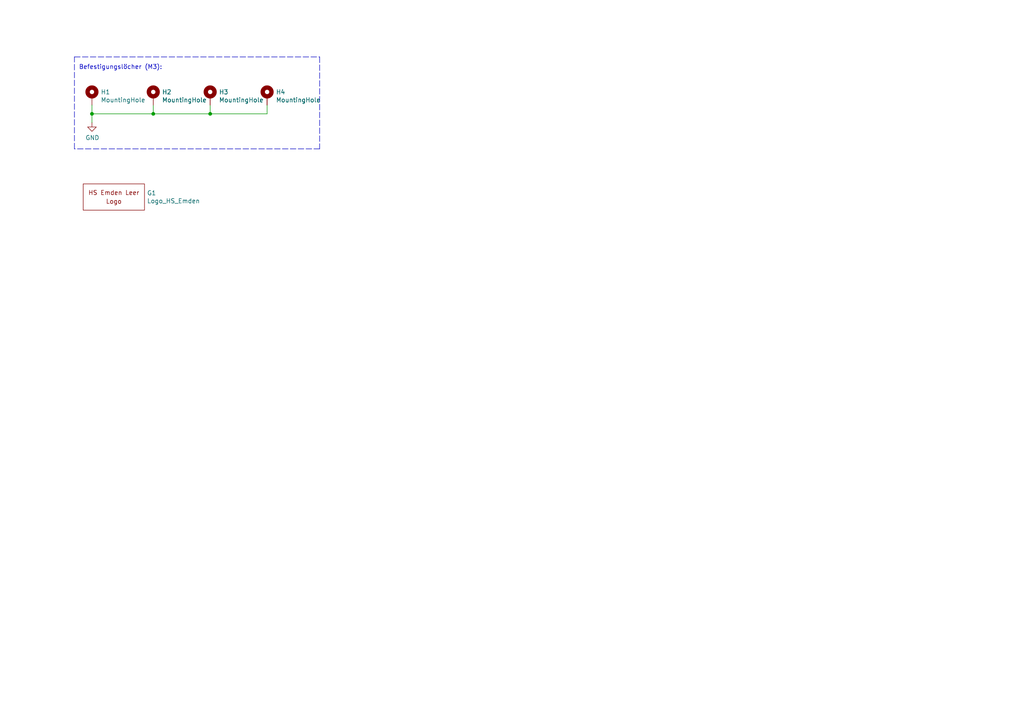
<source format=kicad_sch>
(kicad_sch (version 20211123) (generator eeschema)
  (paper "A4")
  (title_block (title "MPPT") (comment 1 "Wilhelm Zeuschner"))
  (lib_symbols
    (symbol "MPPT_Solar_lib:Logo_HS_Emden" (pin_names (offset 1.016))
      (property "Reference" "G" (at 0 8.89 0))
      (property "Value" "Logo_HS_Emden" (at 0 6.35 0))
      (symbol "Logo_HS_Emden_0_0"
        (text "HS Emden Leer" (at 0 1.27 0) (effects (font (size 1.27 1.27))))
        (text "Logo" (at 0 -1.27 0) (effects (font (size 1.27 1.27))))
      )
      (symbol "Logo_HS_Emden_0_1"
        (rectangle (start -8.89 3.81) (end 8.89 -3.81))
      )
    )
    (symbol "Mechanical:MountingHole_Pad" (pin_numbers hide) (pin_names (offset 1.016) hide)
      (property "Reference" "H" (at 0 6.35 0))
      (property "Value" "MountingHole_Pad" (at 0 4.445 0))
      (symbol "MountingHole_Pad_0_1"
        (circle (center 0 1.27) (radius 1.27) (stroke (width 1.27)))
      )
      (symbol "MountingHole_Pad_1_1"
        (pin input line (at 0 -2.54 90) (length 2.54) (name "1") (number "1"))
      )
    )
    (symbol "power:GND" (power) (pin_names (offset 0))
      (property "Value" "GND" (at 0 -3.81 0))
      (symbol "GND_0_1"
        (polyline (pts (xy 0 0) (xy 0 -1.27) (xy 1.27 -1.27) (xy 0 -2.54) (xy -1.27 -1.27) (xy 0 -1.27)))
      )
      (symbol "GND_1_1"
        (pin power_in line (at 0 0 270) (length 0) hide (name "GND") (number "1"))
      )
    )
  )
  (junction (at 26.67 33.02))
  (junction (at 44.45 33.02))
  (junction (at 60.96 33.02))
  (polyline (pts (xy 92.71 16.51) (xy 92.71 43.18)))
  (wire (pts (xy 77.47 33.02) (xy 77.47 30.48)))
  (wire (pts (xy 26.67 33.02) (xy 44.45 33.02)))
  (wire (pts (xy 26.67 30.48) (xy 26.67 33.02)))
  (polyline (pts (xy 92.71 43.18) (xy 21.59 43.18)))
  (polyline (pts (xy 21.59 43.18) (xy 21.59 16.51)))
  (wire (pts (xy 60.96 30.48) (xy 60.96 33.02)))
  (wire (pts (xy 26.67 33.02) (xy 26.67 35.56)))
  (wire (pts (xy 44.45 33.02) (xy 60.96 33.02)))
  (wire (pts (xy 44.45 30.48) (xy 44.45 33.02)))
  (wire (pts (xy 60.96 33.02) (xy 77.47 33.02)))
  (polyline (pts (xy 21.59 16.51) (xy 92.71 16.51)))
  (text "Befestigungslöcher (M3):" (at 22.86 20.32 0) (effects (font (size 1.27 1.27)) (justify left bottom)))
  (symbol (lib_id "Mechanical:MountingHole_Pad") (at 26.67 27.94 0) (unit 1)
    (property "Reference" "H1" (at 29.21 26.6954 0) (effects (justify left)))
    (property "Value" "MountingHole" (at 29.21 29.0068 0) (effects (justify left)))
    (property "Footprint" "MountingHole:MountingHole_3.2mm_M3_Pad_Via" (effects hide))
    (property "Config" "dnf" (effects hide))
  )
  (symbol (lib_id "Mechanical:MountingHole_Pad") (at 44.45 27.94 0) (unit 1)
    (property "Reference" "H2" (at 46.99 26.6954 0) (effects (justify left)))
    (property "Value" "MountingHole" (at 46.99 29.0068 0) (effects (justify left)))
    (property "Footprint" "MountingHole:MountingHole_3.2mm_M3_Pad_Via" (effects hide))
    (property "Config" "dnf" (effects hide))
  )
  (symbol (lib_id "Mechanical:MountingHole_Pad") (at 60.96 27.94 0) (unit 1)
    (property "Reference" "H3" (at 63.5 26.6954 0) (effects (justify left)))
    (property "Value" "MountingHole" (at 63.5 29.0068 0) (effects (justify left)))
    (property "Footprint" "MountingHole:MountingHole_3.2mm_M3_Pad_Via" (effects hide))
    (property "Config" "dnf" (effects hide))
  )
  (symbol (lib_id "Mechanical:MountingHole_Pad") (at 77.47 27.94 0) (unit 1)
    (property "Reference" "H4" (at 80.01 26.6954 0) (effects (justify left)))
    (property "Value" "MountingHole" (at 80.01 29.0068 0) (effects (justify left)))
    (property "Footprint" "MountingHole:MountingHole_3.2mm_M3_Pad_Via" (effects hide))
    (property "Config" "dnf" (effects hide))
  )
  (symbol (lib_id "power:GND") (at 26.67 35.56 0) (unit 1)
    (property "Reference" "#PWR0106" (effects hide))
    (property "Value" "GND" (at 26.797 39.9542 0))
  )
  (symbol (lib_id "MPPT_Solar_lib:Logo_HS_Emden") (at 33.02 57.15 0) (unit 1)
    (property "Reference" "G1" (at 42.6212 55.9816 0) (effects (justify left)))
    (property "Value" "Logo_HS_Emden" (at 42.6212 58.293 0) (effects (justify left)))
    (property "Footprint" "MPPT_Solar_KiCAD:HS_Logo" (effects hide))
    (property "Config" "dnf" (effects hide))
  )
)
</source>
